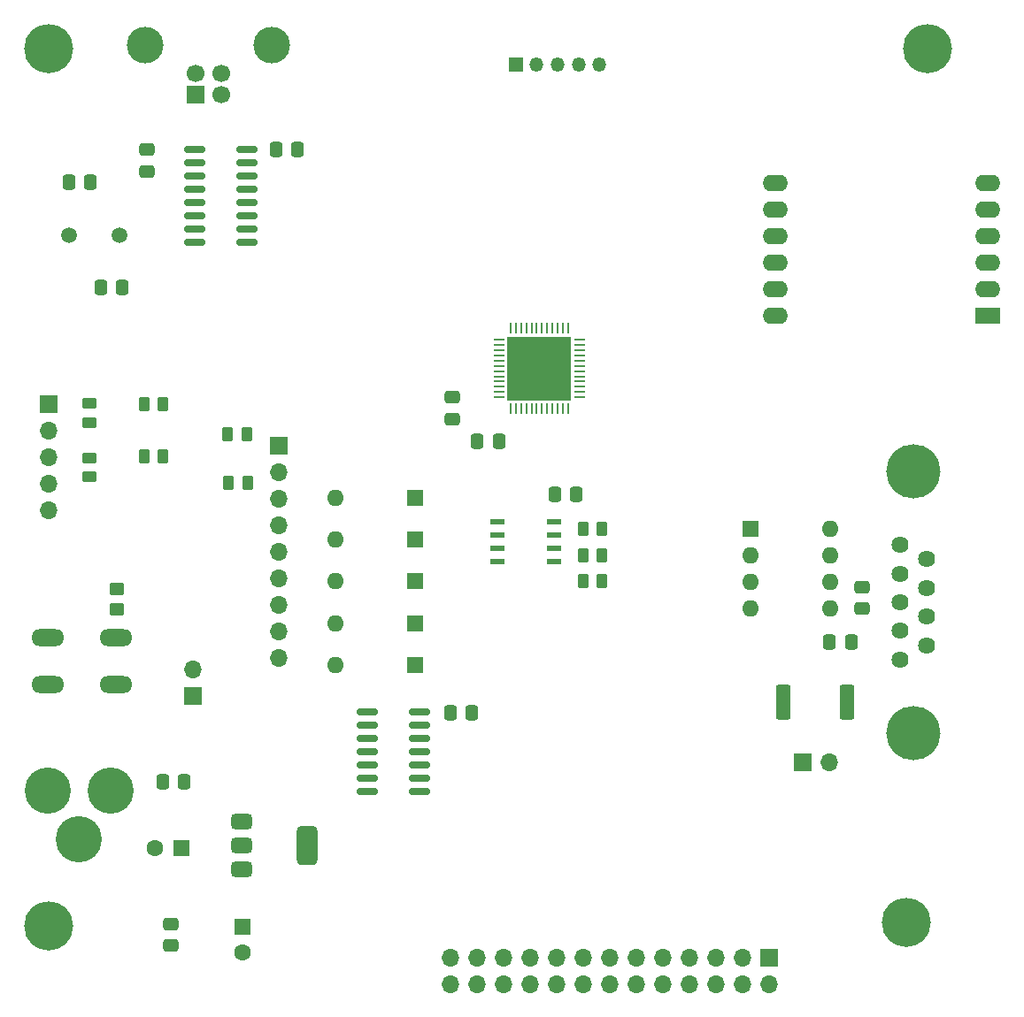
<source format=gts>
G04 #@! TF.GenerationSoftware,KiCad,Pcbnew,8.0.6*
G04 #@! TF.CreationDate,2025-01-18T11:31:26-05:00*
G04 #@! TF.ProjectId,RL78_F14_48p_Rev2,524c3738-5f46-4313-945f-3438705f5265,rev?*
G04 #@! TF.SameCoordinates,Original*
G04 #@! TF.FileFunction,Soldermask,Top*
G04 #@! TF.FilePolarity,Negative*
%FSLAX46Y46*%
G04 Gerber Fmt 4.6, Leading zero omitted, Abs format (unit mm)*
G04 Created by KiCad (PCBNEW 8.0.6) date 2025-01-18 11:31:26*
%MOMM*%
%LPD*%
G01*
G04 APERTURE LIST*
G04 Aperture macros list*
%AMRoundRect*
0 Rectangle with rounded corners*
0 $1 Rounding radius*
0 $2 $3 $4 $5 $6 $7 $8 $9 X,Y pos of 4 corners*
0 Add a 4 corners polygon primitive as box body*
4,1,4,$2,$3,$4,$5,$6,$7,$8,$9,$2,$3,0*
0 Add four circle primitives for the rounded corners*
1,1,$1+$1,$2,$3*
1,1,$1+$1,$4,$5*
1,1,$1+$1,$6,$7*
1,1,$1+$1,$8,$9*
0 Add four rect primitives between the rounded corners*
20,1,$1+$1,$2,$3,$4,$5,0*
20,1,$1+$1,$4,$5,$6,$7,0*
20,1,$1+$1,$6,$7,$8,$9,0*
20,1,$1+$1,$8,$9,$2,$3,0*%
G04 Aperture macros list end*
%ADD10C,4.700000*%
%ADD11C,4.419600*%
%ADD12RoundRect,0.250000X-0.337500X-0.475000X0.337500X-0.475000X0.337500X0.475000X-0.337500X0.475000X0*%
%ADD13RoundRect,0.250000X-0.262500X-0.450000X0.262500X-0.450000X0.262500X0.450000X-0.262500X0.450000X0*%
%ADD14R,1.600000X1.600000*%
%ADD15O,1.600000X1.600000*%
%ADD16RoundRect,0.250000X0.475000X-0.337500X0.475000X0.337500X-0.475000X0.337500X-0.475000X-0.337500X0*%
%ADD17RoundRect,0.150000X-0.825000X-0.150000X0.825000X-0.150000X0.825000X0.150000X-0.825000X0.150000X0*%
%ADD18C,1.500000*%
%ADD19RoundRect,0.062500X-0.412500X-0.062500X0.412500X-0.062500X0.412500X0.062500X-0.412500X0.062500X0*%
%ADD20RoundRect,0.062500X-0.062500X-0.412500X0.062500X-0.412500X0.062500X0.412500X-0.062500X0.412500X0*%
%ADD21R,6.200000X6.200000*%
%ADD22RoundRect,0.250000X-0.450000X0.262500X-0.450000X-0.262500X0.450000X-0.262500X0.450000X0.262500X0*%
%ADD23RoundRect,0.250000X0.450000X-0.350000X0.450000X0.350000X-0.450000X0.350000X-0.450000X-0.350000X0*%
%ADD24C,1.600000*%
%ADD25R,1.460500X0.533400*%
%ADD26RoundRect,0.250000X0.262500X0.450000X-0.262500X0.450000X-0.262500X-0.450000X0.262500X-0.450000X0*%
%ADD27R,1.700000X1.700000*%
%ADD28O,1.700000X1.700000*%
%ADD29RoundRect,0.250000X-0.475000X0.337500X-0.475000X-0.337500X0.475000X-0.337500X0.475000X0.337500X0*%
%ADD30C,1.700000*%
%ADD31C,3.500000*%
%ADD32R,2.400000X1.600000*%
%ADD33O,2.400000X1.600000*%
%ADD34R,1.350000X1.350000*%
%ADD35O,1.350000X1.350000*%
%ADD36RoundRect,0.250000X0.337500X0.475000X-0.337500X0.475000X-0.337500X-0.475000X0.337500X-0.475000X0*%
%ADD37RoundRect,0.249999X-0.450001X-1.425001X0.450001X-1.425001X0.450001X1.425001X-0.450001X1.425001X0*%
%ADD38O,3.149600X1.625600*%
%ADD39RoundRect,0.375000X-0.625000X-0.375000X0.625000X-0.375000X0.625000X0.375000X-0.625000X0.375000X0*%
%ADD40RoundRect,0.500000X-0.500000X-1.400000X0.500000X-1.400000X0.500000X1.400000X-0.500000X1.400000X0*%
%ADD41C,1.625600*%
%ADD42C,5.181600*%
G04 APERTURE END LIST*
D10*
X78000000Y-73000000D03*
X162000000Y-73000000D03*
X78000000Y-157000000D03*
X159997000Y-156643000D03*
D11*
X77850000Y-144000000D03*
X80850000Y-148700000D03*
X83850000Y-144000000D03*
D12*
X88862500Y-143150000D03*
X90937500Y-143150000D03*
D13*
X87087500Y-107000000D03*
X88912500Y-107000000D03*
D14*
X113000000Y-132000000D03*
D15*
X105380000Y-132000000D03*
D16*
X87325000Y-84737500D03*
X87325000Y-82662500D03*
D17*
X108475000Y-136467500D03*
X108475000Y-137737500D03*
X108475000Y-139007500D03*
X108475000Y-140277500D03*
X108475000Y-141547500D03*
X108475000Y-142817500D03*
X108475000Y-144087500D03*
X113425000Y-144087500D03*
X113425000Y-142817500D03*
X113425000Y-141547500D03*
X113425000Y-140277500D03*
X113425000Y-139007500D03*
X113425000Y-137737500D03*
X113425000Y-136467500D03*
D18*
X79895000Y-90900000D03*
X84775000Y-90900000D03*
D19*
X121025000Y-100875000D03*
X121025000Y-101375000D03*
X121025000Y-101875000D03*
X121025000Y-102375000D03*
X121025000Y-102875000D03*
X121025000Y-103375000D03*
X121025000Y-103875000D03*
X121025000Y-104375000D03*
X121025000Y-104875000D03*
X121025000Y-105375000D03*
X121025000Y-105875000D03*
X121025000Y-106375000D03*
D20*
X122150000Y-107500000D03*
X122650000Y-107500000D03*
X123150000Y-107500000D03*
X123650000Y-107500000D03*
X124150000Y-107500000D03*
X124650000Y-107500000D03*
X125150000Y-107500000D03*
X125650000Y-107500000D03*
X126150000Y-107500000D03*
X126650000Y-107500000D03*
X127150000Y-107500000D03*
X127650000Y-107500000D03*
D19*
X128775000Y-106375000D03*
X128775000Y-105875000D03*
X128775000Y-105375000D03*
X128775000Y-104875000D03*
X128775000Y-104375000D03*
X128775000Y-103875000D03*
X128775000Y-103375000D03*
X128775000Y-102875000D03*
X128775000Y-102375000D03*
X128775000Y-101875000D03*
X128775000Y-101375000D03*
X128775000Y-100875000D03*
D20*
X127650000Y-99750000D03*
X127150000Y-99750000D03*
X126650000Y-99750000D03*
X126150000Y-99750000D03*
X125650000Y-99750000D03*
X125150000Y-99750000D03*
X124650000Y-99750000D03*
X124150000Y-99750000D03*
X123650000Y-99750000D03*
X123150000Y-99750000D03*
X122650000Y-99750000D03*
X122150000Y-99750000D03*
D21*
X124900000Y-103625000D03*
D22*
X81880000Y-112167500D03*
X81880000Y-113992500D03*
D12*
X99687500Y-82650000D03*
X101762500Y-82650000D03*
D23*
X84450000Y-126700000D03*
X84450000Y-124700000D03*
D13*
X95087500Y-109950000D03*
X96912500Y-109950000D03*
D14*
X96465000Y-157050000D03*
D24*
X96465000Y-159550000D03*
D25*
X120900050Y-118330000D03*
X120900050Y-119600000D03*
X120900050Y-120870000D03*
X120900050Y-122140000D03*
X126348350Y-122140000D03*
X126348350Y-120870000D03*
X126348350Y-119600000D03*
X126348350Y-118330000D03*
D14*
X113000000Y-120000000D03*
D15*
X105380000Y-120000000D03*
D12*
X126362500Y-115650000D03*
X128437500Y-115650000D03*
D13*
X87087500Y-112000000D03*
X88912500Y-112000000D03*
D26*
X130912500Y-124000000D03*
X129087500Y-124000000D03*
D27*
X100000000Y-111000000D03*
D28*
X100000000Y-113540000D03*
X100000000Y-116080000D03*
X100000000Y-118620000D03*
X100000000Y-121160000D03*
X100000000Y-123700000D03*
X100000000Y-126240000D03*
X100000000Y-128780000D03*
X100000000Y-131320000D03*
D14*
X90650000Y-149575000D03*
D24*
X88150000Y-149575000D03*
D14*
X113000000Y-124000000D03*
D15*
X105380000Y-124000000D03*
D29*
X116550000Y-106362500D03*
X116550000Y-108437500D03*
D26*
X130912500Y-119000000D03*
X129087500Y-119000000D03*
D14*
X145100000Y-118950000D03*
D15*
X145100000Y-121490000D03*
X145100000Y-124030000D03*
X145100000Y-126570000D03*
X152720000Y-126570000D03*
X152720000Y-124030000D03*
X152720000Y-121490000D03*
X152720000Y-118950000D03*
D12*
X152662500Y-129850000D03*
X154737500Y-129850000D03*
D27*
X92000000Y-77380000D03*
D30*
X94500000Y-77380000D03*
X94500000Y-75380000D03*
X92000000Y-75380000D03*
D31*
X87230000Y-72670000D03*
X99270000Y-72670000D03*
D17*
X91950000Y-82680000D03*
X91950000Y-83950000D03*
X91950000Y-85220000D03*
X91950000Y-86490000D03*
X91950000Y-87760000D03*
X91950000Y-89030000D03*
X91950000Y-90300000D03*
X91950000Y-91570000D03*
X96900000Y-91570000D03*
X96900000Y-90300000D03*
X96900000Y-89030000D03*
X96900000Y-87760000D03*
X96900000Y-86490000D03*
X96900000Y-85220000D03*
X96900000Y-83950000D03*
X96900000Y-82680000D03*
D12*
X116400000Y-136550000D03*
X118475000Y-136550000D03*
D32*
X167790000Y-98600000D03*
D33*
X167790000Y-96060000D03*
X167790000Y-93520000D03*
X167790000Y-90980000D03*
X167790000Y-88440000D03*
X167790000Y-85900000D03*
X147470000Y-85900000D03*
X147470000Y-88440000D03*
X147470000Y-90980000D03*
X147470000Y-93520000D03*
X147470000Y-96060000D03*
X147470000Y-98600000D03*
D14*
X113000000Y-128000000D03*
D15*
X105380000Y-128000000D03*
D29*
X89605000Y-156812500D03*
X89605000Y-158887500D03*
D34*
X122650000Y-74500000D03*
D35*
X124650000Y-74500000D03*
X126650000Y-74500000D03*
X128650000Y-74500000D03*
X130650000Y-74500000D03*
D14*
X113000000Y-116000000D03*
D15*
X105380000Y-116000000D03*
D36*
X85012500Y-95900000D03*
X82937500Y-95900000D03*
D16*
X155800000Y-126600000D03*
X155800000Y-124525000D03*
D12*
X79900000Y-85750000D03*
X81975000Y-85750000D03*
D22*
X81820000Y-106967500D03*
X81820000Y-108792500D03*
D27*
X150075000Y-141300000D03*
D28*
X152615000Y-141300000D03*
D27*
X78000000Y-107000000D03*
D28*
X78000000Y-109540000D03*
X78000000Y-112080000D03*
X78000000Y-114620000D03*
X78000000Y-117160000D03*
D37*
X148250000Y-135600000D03*
X154350000Y-135600000D03*
D38*
X77898800Y-129389400D03*
X84401200Y-129389400D03*
X77898800Y-133910600D03*
X84401200Y-133910600D03*
D39*
X96405000Y-146977500D03*
X96405000Y-149277500D03*
D40*
X102705000Y-149277500D03*
D39*
X96405000Y-151577500D03*
D36*
X121037500Y-110600000D03*
X118962500Y-110600000D03*
D13*
X95187500Y-114600000D03*
X97012500Y-114600000D03*
D26*
X130912500Y-121500000D03*
X129087500Y-121500000D03*
D41*
X159430000Y-120513600D03*
X159430000Y-123256800D03*
X159430000Y-126000000D03*
X159430000Y-128743200D03*
X159430000Y-131486400D03*
X161970000Y-121885200D03*
X161970000Y-124628400D03*
X161970000Y-127371600D03*
X161970000Y-130114800D03*
D42*
X160700000Y-113477800D03*
X160700000Y-138522200D03*
D27*
X91750000Y-134990000D03*
D28*
X91750000Y-132450000D03*
D27*
X146910000Y-160000000D03*
D28*
X146910000Y-162540000D03*
X144370000Y-160000000D03*
X144370000Y-162540000D03*
X141830000Y-160000000D03*
X141830000Y-162540000D03*
X139290000Y-160000000D03*
X139290000Y-162540000D03*
X136750000Y-160000000D03*
X136750000Y-162540000D03*
X134210000Y-160000000D03*
X134210000Y-162540000D03*
X131670000Y-160000000D03*
X131670000Y-162540000D03*
X129130000Y-160000000D03*
X129130000Y-162540000D03*
X126590000Y-160000000D03*
X126590000Y-162540000D03*
X124050000Y-160000000D03*
X124050000Y-162540000D03*
X121510000Y-160000000D03*
X121510000Y-162540000D03*
X118970000Y-160000000D03*
X118970000Y-162540000D03*
X116430000Y-160000000D03*
X116430000Y-162540000D03*
M02*

</source>
